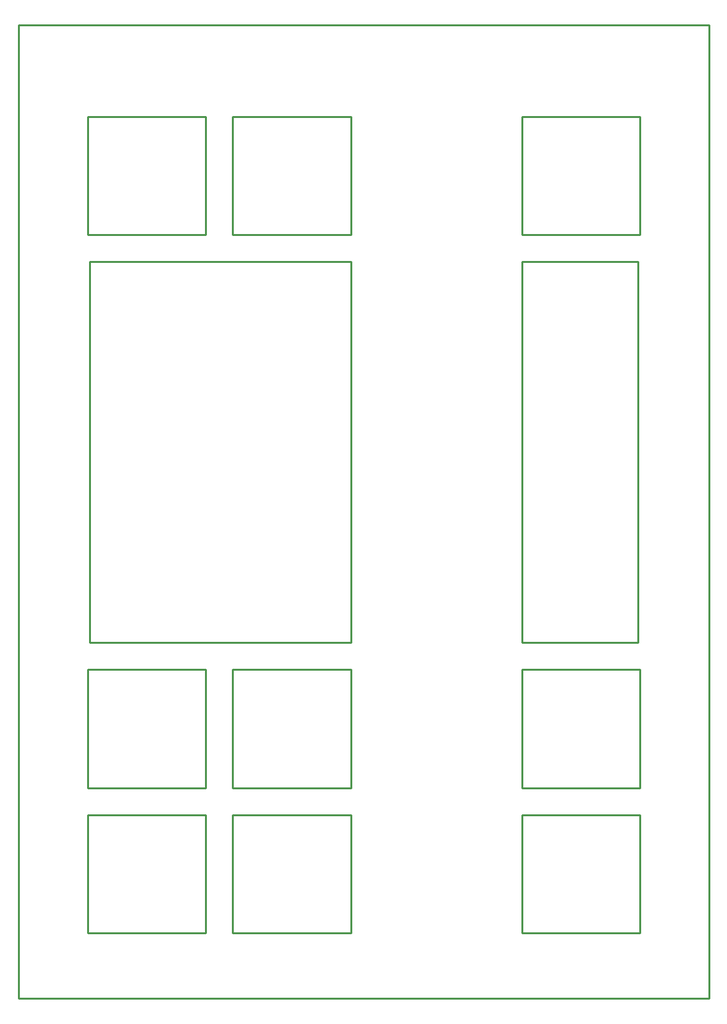
<source format=gko>
G04 Layer: BoardOutlineLayer*
G04 EasyEDA v6.5.29, 2023-07-16 15:11:24*
G04 6b2ea49bd14843f1a595022ae84b5af3,5a6b42c53f6a479593ecc07194224c93,10*
G04 Gerber Generator version 0.2*
G04 Scale: 100 percent, Rotated: No, Reflected: No *
G04 Dimensions in millimeters *
G04 leading zeros omitted , absolute positions ,4 integer and 5 decimal *
%FSLAX45Y45*%
%MOMM*%

%ADD10C,0.2540*%
D10*
X0Y12852400D02*
G01*
X9131300Y12852400D01*
X9131300Y0D01*
X0Y0D01*
X0Y12852400D01*
X939800Y9728200D02*
G01*
X939800Y4699000D01*
X939800Y4699000D02*
G01*
X4394200Y4699000D01*
X4394200Y4699000D02*
G01*
X4394200Y9728200D01*
X4394200Y9728200D02*
G01*
X939800Y9728200D01*
X914400Y4343400D02*
G01*
X914400Y2781300D01*
X914400Y2781300D02*
G01*
X2476500Y2781300D01*
X2476500Y2781300D02*
G01*
X2476500Y4343400D01*
X2476500Y4343400D02*
G01*
X914400Y4343400D01*
X2832100Y4343400D02*
G01*
X2832100Y2781300D01*
X2832100Y2781300D02*
G01*
X4394200Y2781300D01*
X4394200Y2781300D02*
G01*
X4394200Y4343400D01*
X4394200Y4343400D02*
G01*
X2832100Y4343400D01*
X6654800Y4343400D02*
G01*
X6654800Y2781300D01*
X6654800Y2781300D02*
G01*
X8216900Y2781300D01*
X8216900Y2781300D02*
G01*
X8216900Y4343400D01*
X8216900Y4343400D02*
G01*
X6654800Y4343400D01*
X6654800Y2425700D02*
G01*
X6654800Y863600D01*
X6654800Y863600D02*
G01*
X8216900Y863600D01*
X8216900Y863600D02*
G01*
X8216900Y2425700D01*
X8216900Y2425700D02*
G01*
X6654800Y2425700D01*
X2832100Y2425700D02*
G01*
X2832100Y863600D01*
X2832100Y863600D02*
G01*
X4394200Y863600D01*
X4394200Y863600D02*
G01*
X4394200Y2425700D01*
X4394200Y2425700D02*
G01*
X2832100Y2425700D01*
X914400Y2425700D02*
G01*
X914400Y863600D01*
X914400Y863600D02*
G01*
X2476500Y863600D01*
X2476500Y863600D02*
G01*
X2476500Y2425700D01*
X2476500Y2425700D02*
G01*
X914400Y2425700D01*
X914400Y11645900D02*
G01*
X914400Y10083800D01*
X914400Y10083800D02*
G01*
X2476500Y10083800D01*
X2476500Y10083800D02*
G01*
X2476500Y11645900D01*
X2476500Y11645900D02*
G01*
X914400Y11645900D01*
X2832100Y11645900D02*
G01*
X2832100Y10083800D01*
X2832100Y10083800D02*
G01*
X4394200Y10083800D01*
X4394200Y10083800D02*
G01*
X4394200Y11645900D01*
X4394200Y11645900D02*
G01*
X2832100Y11645900D01*
X6654800Y11645900D02*
G01*
X6654800Y10083800D01*
X6654800Y10083800D02*
G01*
X8216900Y10083800D01*
X8216900Y10083800D02*
G01*
X8216900Y11645900D01*
X8216900Y11645900D02*
G01*
X6654800Y11645900D01*
X6654800Y9728200D02*
G01*
X6654800Y4699000D01*
X6654800Y4699000D02*
G01*
X8191500Y4699000D01*
X8191500Y4699000D02*
G01*
X8191500Y9728200D01*
X8191500Y9728200D02*
G01*
X6654800Y9728200D01*

%LPD*%
M02*

</source>
